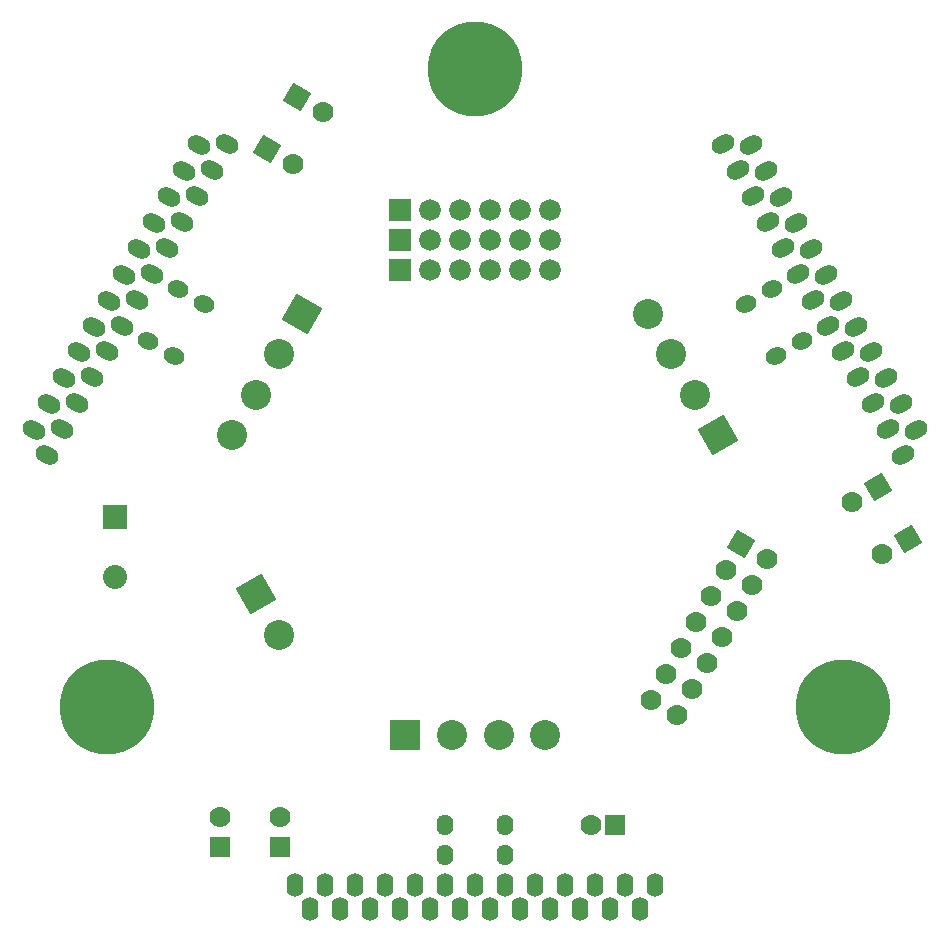
<source format=gts>
G04 ================== begin FILE IDENTIFICATION RECORD ==================*
G04 Layout Name:  C:/home/kumagai/Develop/OrCAD/SMDriverC_R11/allegro/SMDRIVERC.brd*
G04 Film Name:    GB_SMDriverC.GTS*
G04 File Format:  Gerber RS274X*
G04 File Origin:  Cadence Allegro 16.6-S014*
G04 Origin Date:  Thu Feb 25 00:52:31 2016*
G04 *
G04 Layer:  VIA CLASS/SOLDERMASK_TOP*
G04 Layer:  PIN/SOLDERMASK_TOP*
G04 Layer:  PACKAGE GEOMETRY/SOLDERMASK_TOP*
G04 Layer:  DRC ERROR CLASS/SOLDERMASK_TOP*
G04 Layer:  BOARD GEOMETRY/SOLDERMASK_TOP*
G04 *
G04 Offset:    (0.0000 0.0000)*
G04 Mirror:    No*
G04 Mode:      Positive*
G04 Rotation:  0*
G04 FullContactRelief:  No*
G04 UndefLineWidth:     0.0000*
G04 ================== end FILE IDENTIFICATION RECORD ====================*
%FSLAX25Y25*MOMM*%
%IR0*IPPOS*OFA0.00000B0.00000*MIA0B0*SFA1.00000B1.00000*%
%AMMACRO27*
21,1,1.4224,.6096,0.0,0.0,120.*
1,1,1.4224,.263965,.1524*
1,1,1.4224,-.263965,-.1524*%
%ADD27MACRO27*%
%AMMACRO26*
21,1,1.4224,.3556,0.0,0.0,120.*
1,1,1.4224,.153979,.0889*
1,1,1.4224,-.153979,-.0889*%
%ADD26MACRO26*%
%AMMACRO13*
21,1,1.4224,.6096,0.0,0.0,60.*
1,1,1.4224,.263965,-.1524*
1,1,1.4224,-.263965,.1524*%
%ADD13MACRO13*%
%ADD21O,1.4224X2.032*%
%ADD11C,2.032*%
%ADD10C,8.001*%
%AMMACRO18*
21,1,2.54,2.54,0.0,0.0,30.*%
%ADD18MACRO18*%
%ADD17C,2.54*%
%AMMACRO19*
21,1,2.54,2.54,0.0,0.0,60.*%
%ADD19MACRO19*%
%ADD12R,2.032X2.032*%
%AMMACRO14*
21,1,1.4224,.3556,0.0,0.0,60.*
1,1,1.4224,.153979,-.0889*
1,1,1.4224,-.153979,.0889*%
%ADD14MACRO14*%
%ADD23R,2.54X2.54*%
%ADD22O,1.4224X1.778*%
%AMMACRO28*
21,1,1.778,1.778,0.0,0.0,30.*%
%ADD28MACRO28*%
%ADD15C,1.778*%
%AMMACRO20*
21,1,1.778,1.778,0.0,0.0,60.*%
%ADD20MACRO20*%
%ADD25C,1.8288*%
%ADD16R,1.778X1.778*%
%ADD24R,1.8288X1.8288*%
%LPD*%
G75*
G54D10*
X-3117690Y-1800000D03*
X0Y3600000D03*
X3117690Y-1800000D03*
G54D20*
X-1759160Y2922060D03*
X-1505160Y3362000D03*
X2250740Y-419590D03*
G54D11*
X-3048000Y-698500D03*
G54D12*
Y-190500D03*
G54D21*
X-1397000Y-3505200D03*
X-1143000D03*
X-889000D03*
X-1524000Y-3302000D03*
X-1270000D03*
X-1016000D03*
X-635000Y-3505200D03*
X-381000D03*
X-127000D03*
X-762000Y-3302000D03*
X-508000D03*
X-254000D03*
X127000Y-3505200D03*
X381000D03*
X635000D03*
X0Y-3302000D03*
X254000D03*
X508000D03*
X889000Y-3505200D03*
X1143000D03*
X1397000D03*
X762000Y-3302000D03*
X1016000D03*
X1270000D03*
X1524000D03*
G54D22*
X-254000Y-3048000D03*
Y-2794000D03*
X254000Y-3048000D03*
Y-2794000D03*
G54D13*
X-3607100Y762730D03*
X-3734100Y542760D03*
X-3367620Y771120D03*
X-3494620Y551150D03*
X-3621620Y331180D03*
X-3226100Y1422640D03*
X-3353100Y1202670D03*
X-3480100Y982700D03*
X-3113620Y1211060D03*
X-3240620Y991090D03*
X-3099100Y1642610D03*
X-2986620Y1431030D03*
X-2718100Y2302530D03*
X-2845100Y2082560D03*
X-2972100Y1862590D03*
X-2478620Y2310910D03*
X-2605620Y2090940D03*
X-2732620Y1870970D03*
X-2859620Y1651000D03*
X-2337100Y2962440D03*
X-2464100Y2742470D03*
X-2591100Y2522500D03*
X-2351620Y2530880D03*
X-2097620Y2970820D03*
X-2224620Y2750850D03*
G54D23*
X-594360Y-2032000D03*
G54D14*
X-2766650Y1304030D03*
X-2546670Y1177030D03*
X-2512650Y1743970D03*
X-2292670Y1616970D03*
G54D24*
X-635000Y2159000D03*
Y1905000D03*
Y2413000D03*
G54D15*
X-1651000Y-2730500D03*
X-2159000D03*
X-1539180Y2795060D03*
X-1285180Y3235000D03*
X977900Y-2794000D03*
X1488740Y-1739410D03*
X1708720Y-1866410D03*
X1835720Y-1646440D03*
X1615740Y-1519440D03*
X1962720Y-1426470D03*
X2089720Y-1206500D03*
X2216720Y-986530D03*
X1742740Y-1299470D03*
X1869740Y-1079500D03*
X1996740Y-859530D03*
X2123740Y-639560D03*
X2343720Y-766560D03*
X2470720Y-546590D03*
X3190180Y-64560D03*
X3444180Y-504500D03*
G54D16*
X-1651000Y-2984500D03*
X-2159000D03*
X1181100Y-2794000D03*
G54D25*
X-127000Y2159000D03*
X-381000D03*
X-127000Y1905000D03*
X-381000D03*
X-127000Y2413000D03*
X-381000D03*
X635000Y2159000D03*
X381000D03*
X127000D03*
X635000Y1905000D03*
X381000D03*
X127000D03*
X635000Y2413000D03*
X381000D03*
X127000D03*
G54D17*
X-1660700Y-1187580D03*
X-2056940Y501270D03*
X-1858820Y844420D03*
X-1660700Y1187580D03*
X-198120Y-2032000D03*
X594360D03*
X198120D03*
X1462580Y1530730D03*
X1858820Y844420D03*
X1660700Y1187580D03*
G54D26*
X2292670Y1616970D03*
X2766650Y1304030D03*
X2546670Y1177030D03*
X2512650Y1743970D03*
G54D18*
X-1858820Y-844420D03*
X2056940Y501270D03*
G54D27*
X2224620Y2750850D03*
X2097620Y2970820D03*
X2986620Y1431030D03*
X2972100Y1862590D03*
X2845100Y2082560D03*
X2718100Y2302530D03*
X2859620Y1651000D03*
X2732620Y1870970D03*
X2605620Y2090940D03*
X2478620Y2310910D03*
X2591100Y2522500D03*
X2464100Y2742470D03*
X2337100Y2962440D03*
X2351620Y2530880D03*
X3734100Y542760D03*
X3607100Y762730D03*
X3621620Y331180D03*
X3494620Y551150D03*
X3367620Y771120D03*
X3480100Y982700D03*
X3353100Y1202670D03*
X3226100Y1422640D03*
X3240620Y991090D03*
X3113620Y1211060D03*
X3099100Y1642610D03*
G54D28*
X3664160Y-377500D03*
X3410160Y62440D03*
G54D19*
X-1462580Y1530730D03*
M02*

</source>
